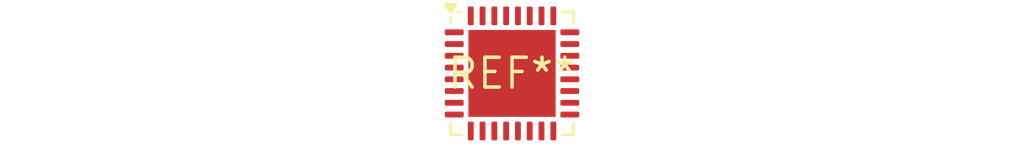
<source format=kicad_pcb>
(kicad_pcb (version 20240108) (generator pcbnew)
  (layers (0 "F.Cu" signal) (31 "B.Cu" signal) (34 "B.Paste" user) (35 "F.Paste" user) (36 "B.SilkS" user "B.Silkscreen") (37 "F.SilkS" user "F.Silkscreen") (38 "B.Mask" user) (39 "F.Mask" user) (44 "Edge.Cuts" user))
  (net 0 "")
  (footprint "QFN-32-1EP_5x5mm_P0.5mm_EP3.7x3.7mm" (layer "F.Cu") (at 0 0)
    (property "Reference" "REF**")
    (property "Value" "QFN-32-1EP_5x5mm_P0.5mm_EP3.7x3.7mm")
    (fp_line (start -2.61 -2.135) (end -2.61 -2.37) (layer "F.SilkS") (stroke (width 0.12)))
    (fp_line (start -2.61 2.61) (end -2.61 2.135) (layer "F.SilkS") (stroke (width 0.12)))
    (fp_line (start -2.135 -2.61) (end -2.31 -2.61) (layer "F.SilkS") (stroke (width 0.12)))
    (fp_line (start -2.135 2.61) (end -2.61 2.61) (layer "F.SilkS") (stroke (width 0.12)))
    (fp_line (start 2.135 -2.61) (end 2.61 -2.61) (layer "F.SilkS") (stroke (width 0.12)))
    (fp_line (start 2.135 2.61) (end 2.61 2.61) (layer "F.SilkS") (stroke (width 0.12)))
    (fp_line (start 2.61 -2.61) (end 2.61 -2.135) (layer "F.SilkS") (stroke (width 0.12)))
    (fp_line (start 2.61 2.61) (end 2.61 2.135) (layer "F.SilkS") (stroke (width 0.12)))
    (fp_poly (pts (xy -2.61 -2.61) (xy -2.85 -2.94) (xy -2.37 -2.94) (xy -2.61 -2.61)) (layer "F.SilkS") (stroke (width 0.12)) (fill solid))
    (pad "1" smd roundrect (at -2.45 -1.75) (size 0.8 0.25) (layers "F.Cu" "F.Paste" "F.Mask"))
    (pad "2" smd roundrect (at -2.45 -1.25) (size 0.8 0.25) (layers "F.Cu" "F.Paste" "F.Mask"))
    (pad "3" smd roundrect (at -2.45 -0.75) (size 0.8 0.25) (layers "F.Cu" "F.Paste" "F.Mask"))
    (pad "4" smd roundrect (at -2.45 -0.25) (size 0.8 0.25) (layers "F.Cu" "F.Paste" "F.Mask"))
    (pad "5" smd roundrect (at -2.45 0.25) (size 0.8 0.25) (layers "F.Cu" "F.Paste" "F.Mask"))
    (pad "6" smd roundrect (at -2.45 0.75) (size 0.8 0.25) (layers "F.Cu" "F.Paste" "F.Mask"))
    (pad "7" smd roundrect (at -2.45 1.25) (size 0.8 0.25) (layers "F.Cu" "F.Paste" "F.Mask"))
    (pad "8" smd roundrect (at -2.45 1.75) (size 0.8 0.25) (layers "F.Cu" "F.Paste" "F.Mask"))
    (pad "9" smd roundrect (at -1.75 2.45) (size 0.25 0.8) (layers "F.Cu" "F.Paste" "F.Mask"))
    (pad "10" smd roundrect (at -1.25 2.45) (size 0.25 0.8) (layers "F.Cu" "F.Paste" "F.Mask"))
    (pad "11" smd roundrect (at -0.75 2.45) (size 0.25 0.8) (layers "F.Cu" "F.Paste" "F.Mask"))
    (pad "12" smd roundrect (at -0.25 2.45) (size 0.25 0.8) (layers "F.Cu" "F.Paste" "F.Mask"))
    (pad "13" smd roundrect (at 0.25 2.45) (size 0.25 0.8) (layers "F.Cu" "F.Paste" "F.Mask"))
    (pad "14" smd roundrect (at 0.75 2.45) (size 0.25 0.8) (layers "F.Cu" "F.Paste" "F.Mask"))
    (pad "15" smd roundrect (at 1.25 2.45) (size 0.25 0.8) (layers "F.Cu" "F.Paste" "F.Mask"))
    (pad "16" smd roundrect (at 1.75 2.45) (size 0.25 0.8) (layers "F.Cu" "F.Paste" "F.Mask"))
    (pad "17" smd roundrect (at 2.45 1.75) (size 0.8 0.25) (layers "F.Cu" "F.Paste" "F.Mask"))
    (pad "18" smd roundrect (at 2.45 1.25) (size 0.8 0.25) (layers "F.Cu" "F.Paste" "F.Mask"))
    (pad "19" smd roundrect (at 2.45 0.75) (size 0.8 0.25) (layers "F.Cu" "F.Paste" "F.Mask"))
    (pad "20" smd roundrect (at 2.45 0.25) (size 0.8 0.25) (layers "F.Cu" "F.Paste" "F.Mask"))
    (pad "21" smd roundrect (at 2.45 -0.25) (size 0.8 0.25) (layers "F.Cu" "F.Paste" "F.Mask"))
    (pad "22" smd roundrect (at 2.45 -0.75) (size 0.8 0.25) (layers "F.Cu" "F.Paste" "F.Mask"))
    (pad "23" smd roundrect (at 2.45 -1.25) (size 0.8 0.25) (layers "F.Cu" "F.Paste" "F.Mask"))
    (pad "24" smd roundrect (at 2.45 -1.75) (size 0.8 0.25) (layers "F.Cu" "F.Paste" "F.Mask"))
    (pad "25" smd roundrect (at 1.75 -2.45) (size 0.25 0.8) (layers "F.Cu" "F.Paste" "F.Mask"))
    (pad "26" smd roundrect (at 1.25 -2.45) (size 0.25 0.8) (layers "F.Cu" "F.Paste" "F.Mask"))
    (pad "27" smd roundrect (at 0.75 -2.45) (size 0.25 0.8) (layers "F.Cu" "F.Paste" "F.Mask"))
    (pad "28" smd roundrect (at 0.25 -2.45) (size 0.25 0.8) (layers "F.Cu" "F.Paste" "F.Mask"))
    (pad "29" smd roundrect (at -0.25 -2.45) (size 0.25 0.8) (layers "F.Cu" "F.Paste" "F.Mask"))
    (pad "30" smd roundrect (at -0.75 -2.45) (size 0.25 0.8) (layers "F.Cu" "F.Paste" "F.Mask"))
    (pad "31" smd roundrect (at -1.25 -2.45) (size 0.25 0.8) (layers "F.Cu" "F.Paste" "F.Mask"))
    (pad "32" smd roundrect (at -1.75 -2.45) (size 0.25 0.8) (layers "F.Cu" "F.Paste" "F.Mask"))
    (pad "33" smd rect (at 0 0) (size 3.7 3.7) (property pad_prop_heatsink) (layers "F.Cu" "F.Mask"))
  )
)
</source>
